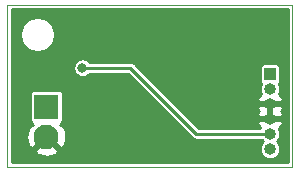
<source format=gbr>
%TF.GenerationSoftware,KiCad,Pcbnew,(5.1.9)-1*%
%TF.CreationDate,2021-04-24T14:12:49+02:00*%
%TF.ProjectId,PS-DC-3V3-2A,50532d44-432d-4335-9633-2d32412e6b69,V1.0*%
%TF.SameCoordinates,Original*%
%TF.FileFunction,Copper,L2,Bot*%
%TF.FilePolarity,Positive*%
%FSLAX46Y46*%
G04 Gerber Fmt 4.6, Leading zero omitted, Abs format (unit mm)*
G04 Created by KiCad (PCBNEW (5.1.9)-1) date 2021-04-24 14:12:49*
%MOMM*%
%LPD*%
G01*
G04 APERTURE LIST*
%TA.AperFunction,Profile*%
%ADD10C,0.050000*%
%TD*%
%TA.AperFunction,ComponentPad*%
%ADD11O,1.000000X1.000000*%
%TD*%
%TA.AperFunction,ComponentPad*%
%ADD12R,1.000000X1.000000*%
%TD*%
%TA.AperFunction,ComponentPad*%
%ADD13C,2.100000*%
%TD*%
%TA.AperFunction,ComponentPad*%
%ADD14R,2.100000X2.100000*%
%TD*%
%TA.AperFunction,ViaPad*%
%ADD15C,0.800000*%
%TD*%
%TA.AperFunction,Conductor*%
%ADD16C,0.250000*%
%TD*%
%TA.AperFunction,Conductor*%
%ADD17C,0.254000*%
%TD*%
%TA.AperFunction,Conductor*%
%ADD18C,0.100000*%
%TD*%
G04 APERTURE END LIST*
D10*
X135890000Y-93980000D02*
X160020000Y-93980000D01*
X135890000Y-107696000D02*
X135890000Y-93980000D01*
X160020000Y-107696000D02*
X135890000Y-107696000D01*
X160020000Y-93980000D02*
X160020000Y-107696000D01*
D11*
%TO.P,J2,6*%
%TO.N,SYNC*%
X158115000Y-106172000D03*
%TO.P,J2,5*%
%TO.N,\u005CReset*%
X158115000Y-104902000D03*
%TO.P,J2,4*%
%TO.N,GND*%
X158115000Y-103632000D03*
%TO.P,J2,3*%
X158115000Y-102362000D03*
%TO.P,J2,2*%
%TO.N,Vout*%
X158115000Y-101092000D03*
D12*
%TO.P,J2,1*%
X158115000Y-99822000D03*
%TD*%
D13*
%TO.P,J1,2*%
%TO.N,GND*%
X139192000Y-105156000D03*
D14*
%TO.P,J1,1*%
%TO.N,Vin*%
X139192000Y-102616000D03*
%TD*%
D15*
%TO.N,GND*%
X149860000Y-97790000D03*
X142748000Y-100330000D03*
X155956000Y-94742000D03*
X154940000Y-94742000D03*
X158242000Y-96520000D03*
X147320000Y-97790000D03*
X148590000Y-97790000D03*
X148590000Y-104394000D03*
X142494000Y-102235000D03*
X147320000Y-95250000D03*
X142240000Y-95250000D03*
X142240000Y-96520000D03*
X147320000Y-96520000D03*
X148590000Y-103378000D03*
X148590000Y-105410000D03*
%TO.N,\u005CReset*%
X142240000Y-99314000D03*
%TD*%
D16*
%TO.N,\u005CReset*%
X146304000Y-99314000D02*
X142240000Y-99314000D01*
X151892000Y-104902000D02*
X146304000Y-99314000D01*
X157861000Y-104902000D02*
X151892000Y-104902000D01*
X158115000Y-105156000D02*
X157861000Y-104902000D01*
%TD*%
D17*
%TO.N,GND*%
X159614001Y-107290000D02*
X136296000Y-107290000D01*
X136296000Y-106327066D01*
X138200539Y-106327066D01*
X138302339Y-106596579D01*
X138600477Y-106742463D01*
X138921346Y-106827380D01*
X139252617Y-106848066D01*
X139581557Y-106803728D01*
X139895527Y-106696069D01*
X140081661Y-106596579D01*
X140183461Y-106327066D01*
X139192000Y-105335605D01*
X138200539Y-106327066D01*
X136296000Y-106327066D01*
X136296000Y-105216617D01*
X137499934Y-105216617D01*
X137544272Y-105545557D01*
X137651931Y-105859527D01*
X137751421Y-106045661D01*
X138020934Y-106147461D01*
X139012395Y-105156000D01*
X138998253Y-105141858D01*
X139177858Y-104962253D01*
X139192000Y-104976395D01*
X139206143Y-104962253D01*
X139385748Y-105141858D01*
X139371605Y-105156000D01*
X140363066Y-106147461D01*
X140632579Y-106045661D01*
X140778463Y-105747523D01*
X140863380Y-105426654D01*
X140884066Y-105095383D01*
X140839728Y-104766443D01*
X140732069Y-104452473D01*
X140632579Y-104266339D01*
X140363068Y-104164540D01*
X140478609Y-104048999D01*
X140428131Y-103998521D01*
X140454696Y-103984322D01*
X140512711Y-103936711D01*
X140560322Y-103878696D01*
X140595701Y-103812508D01*
X140617487Y-103740689D01*
X140624843Y-103666000D01*
X140624843Y-101566000D01*
X140617487Y-101491311D01*
X140595701Y-101419492D01*
X140560322Y-101353304D01*
X140512711Y-101295289D01*
X140454696Y-101247678D01*
X140388508Y-101212299D01*
X140316689Y-101190513D01*
X140242000Y-101183157D01*
X138142000Y-101183157D01*
X138067311Y-101190513D01*
X137995492Y-101212299D01*
X137929304Y-101247678D01*
X137871289Y-101295289D01*
X137823678Y-101353304D01*
X137788299Y-101419492D01*
X137766513Y-101491311D01*
X137759157Y-101566000D01*
X137759157Y-103666000D01*
X137766513Y-103740689D01*
X137788299Y-103812508D01*
X137823678Y-103878696D01*
X137871289Y-103936711D01*
X137929304Y-103984322D01*
X137955869Y-103998521D01*
X137905391Y-104048999D01*
X138020932Y-104164540D01*
X137751421Y-104266339D01*
X137605537Y-104564477D01*
X137520620Y-104885346D01*
X137499934Y-105216617D01*
X136296000Y-105216617D01*
X136296000Y-99237078D01*
X141459000Y-99237078D01*
X141459000Y-99390922D01*
X141489013Y-99541809D01*
X141547887Y-99683942D01*
X141633358Y-99811859D01*
X141742141Y-99920642D01*
X141870058Y-100006113D01*
X142012191Y-100064987D01*
X142163078Y-100095000D01*
X142316922Y-100095000D01*
X142467809Y-100064987D01*
X142609942Y-100006113D01*
X142737859Y-99920642D01*
X142838501Y-99820000D01*
X146094409Y-99820000D01*
X151516628Y-105242220D01*
X151532473Y-105261527D01*
X151609521Y-105324759D01*
X151697425Y-105371745D01*
X151761786Y-105391268D01*
X151792806Y-105400678D01*
X151802694Y-105401652D01*
X151867146Y-105408000D01*
X151867153Y-105408000D01*
X151891999Y-105410447D01*
X151916845Y-105408000D01*
X157393528Y-105408000D01*
X157430682Y-105463605D01*
X157504077Y-105537000D01*
X157430682Y-105610395D01*
X157334268Y-105754690D01*
X157267856Y-105915022D01*
X157234000Y-106085229D01*
X157234000Y-106258771D01*
X157267856Y-106428978D01*
X157334268Y-106589310D01*
X157430682Y-106733605D01*
X157553395Y-106856318D01*
X157697690Y-106952732D01*
X157858022Y-107019144D01*
X158028229Y-107053000D01*
X158201771Y-107053000D01*
X158371978Y-107019144D01*
X158532310Y-106952732D01*
X158676605Y-106856318D01*
X158799318Y-106733605D01*
X158895732Y-106589310D01*
X158962144Y-106428978D01*
X158996000Y-106258771D01*
X158996000Y-106085229D01*
X158962144Y-105915022D01*
X158895732Y-105754690D01*
X158799318Y-105610395D01*
X158725923Y-105537000D01*
X158799318Y-105463605D01*
X158895732Y-105319310D01*
X158962144Y-105158978D01*
X158996000Y-104988771D01*
X158996000Y-104815229D01*
X158962144Y-104645022D01*
X158895732Y-104484690D01*
X158880859Y-104462431D01*
X158973865Y-104374020D01*
X159102123Y-104192206D01*
X159192446Y-103988864D01*
X159209119Y-103933874D01*
X159082954Y-103759000D01*
X158242000Y-103759000D01*
X158242000Y-103779000D01*
X157988000Y-103779000D01*
X157988000Y-103759000D01*
X157147046Y-103759000D01*
X157020881Y-103933874D01*
X157037554Y-103988864D01*
X157127877Y-104192206D01*
X157256135Y-104374020D01*
X157279257Y-104396000D01*
X152101592Y-104396000D01*
X150369466Y-102663874D01*
X157020881Y-102663874D01*
X157037554Y-102718864D01*
X157127877Y-102922206D01*
X157180639Y-102997000D01*
X157127877Y-103071794D01*
X157037554Y-103275136D01*
X157020881Y-103330126D01*
X157147046Y-103505000D01*
X157988000Y-103505000D01*
X157988000Y-102489000D01*
X158242000Y-102489000D01*
X158242000Y-103505000D01*
X159082954Y-103505000D01*
X159209119Y-103330126D01*
X159192446Y-103275136D01*
X159102123Y-103071794D01*
X159049361Y-102997000D01*
X159102123Y-102922206D01*
X159192446Y-102718864D01*
X159209119Y-102663874D01*
X159082954Y-102489000D01*
X158242000Y-102489000D01*
X157988000Y-102489000D01*
X157147046Y-102489000D01*
X157020881Y-102663874D01*
X150369466Y-102663874D01*
X149765718Y-102060126D01*
X157020881Y-102060126D01*
X157147046Y-102235000D01*
X157988000Y-102235000D01*
X157988000Y-102215000D01*
X158242000Y-102215000D01*
X158242000Y-102235000D01*
X159082954Y-102235000D01*
X159209119Y-102060126D01*
X159192446Y-102005136D01*
X159102123Y-101801794D01*
X158973865Y-101619980D01*
X158880859Y-101531569D01*
X158895732Y-101509310D01*
X158962144Y-101348978D01*
X158996000Y-101178771D01*
X158996000Y-101005229D01*
X158962144Y-100835022D01*
X158895732Y-100674690D01*
X158856806Y-100616432D01*
X158885711Y-100592711D01*
X158933322Y-100534696D01*
X158968701Y-100468508D01*
X158990487Y-100396689D01*
X158997843Y-100322000D01*
X158997843Y-99322000D01*
X158990487Y-99247311D01*
X158968701Y-99175492D01*
X158933322Y-99109304D01*
X158885711Y-99051289D01*
X158827696Y-99003678D01*
X158761508Y-98968299D01*
X158689689Y-98946513D01*
X158615000Y-98939157D01*
X157615000Y-98939157D01*
X157540311Y-98946513D01*
X157468492Y-98968299D01*
X157402304Y-99003678D01*
X157344289Y-99051289D01*
X157296678Y-99109304D01*
X157261299Y-99175492D01*
X157239513Y-99247311D01*
X157232157Y-99322000D01*
X157232157Y-100322000D01*
X157239513Y-100396689D01*
X157261299Y-100468508D01*
X157296678Y-100534696D01*
X157344289Y-100592711D01*
X157373194Y-100616432D01*
X157334268Y-100674690D01*
X157267856Y-100835022D01*
X157234000Y-101005229D01*
X157234000Y-101178771D01*
X157267856Y-101348978D01*
X157334268Y-101509310D01*
X157349141Y-101531569D01*
X157256135Y-101619980D01*
X157127877Y-101801794D01*
X157037554Y-102005136D01*
X157020881Y-102060126D01*
X149765718Y-102060126D01*
X146679376Y-98973785D01*
X146663527Y-98954473D01*
X146586479Y-98891241D01*
X146498575Y-98844255D01*
X146403193Y-98815322D01*
X146328854Y-98808000D01*
X146328846Y-98808000D01*
X146304000Y-98805553D01*
X146279154Y-98808000D01*
X142838501Y-98808000D01*
X142737859Y-98707358D01*
X142609942Y-98621887D01*
X142467809Y-98563013D01*
X142316922Y-98533000D01*
X142163078Y-98533000D01*
X142012191Y-98563013D01*
X141870058Y-98621887D01*
X141742141Y-98707358D01*
X141633358Y-98816141D01*
X141547887Y-98944058D01*
X141489013Y-99086191D01*
X141459000Y-99237078D01*
X136296000Y-99237078D01*
X136296000Y-96374134D01*
X136949000Y-96374134D01*
X136949000Y-96665866D01*
X137005914Y-96951992D01*
X137117555Y-97221517D01*
X137279632Y-97464083D01*
X137485917Y-97670368D01*
X137728483Y-97832445D01*
X137998008Y-97944086D01*
X138284134Y-98001000D01*
X138575866Y-98001000D01*
X138861992Y-97944086D01*
X139131517Y-97832445D01*
X139374083Y-97670368D01*
X139580368Y-97464083D01*
X139742445Y-97221517D01*
X139854086Y-96951992D01*
X139911000Y-96665866D01*
X139911000Y-96374134D01*
X139854086Y-96088008D01*
X139742445Y-95818483D01*
X139580368Y-95575917D01*
X139374083Y-95369632D01*
X139131517Y-95207555D01*
X138861992Y-95095914D01*
X138575866Y-95039000D01*
X138284134Y-95039000D01*
X137998008Y-95095914D01*
X137728483Y-95207555D01*
X137485917Y-95369632D01*
X137279632Y-95575917D01*
X137117555Y-95818483D01*
X137005914Y-96088008D01*
X136949000Y-96374134D01*
X136296000Y-96374134D01*
X136296000Y-94386000D01*
X159614000Y-94386000D01*
X159614001Y-107290000D01*
%TA.AperFunction,Conductor*%
D18*
G36*
X159614001Y-107290000D02*
G01*
X136296000Y-107290000D01*
X136296000Y-106327066D01*
X138200539Y-106327066D01*
X138302339Y-106596579D01*
X138600477Y-106742463D01*
X138921346Y-106827380D01*
X139252617Y-106848066D01*
X139581557Y-106803728D01*
X139895527Y-106696069D01*
X140081661Y-106596579D01*
X140183461Y-106327066D01*
X139192000Y-105335605D01*
X138200539Y-106327066D01*
X136296000Y-106327066D01*
X136296000Y-105216617D01*
X137499934Y-105216617D01*
X137544272Y-105545557D01*
X137651931Y-105859527D01*
X137751421Y-106045661D01*
X138020934Y-106147461D01*
X139012395Y-105156000D01*
X138998253Y-105141858D01*
X139177858Y-104962253D01*
X139192000Y-104976395D01*
X139206143Y-104962253D01*
X139385748Y-105141858D01*
X139371605Y-105156000D01*
X140363066Y-106147461D01*
X140632579Y-106045661D01*
X140778463Y-105747523D01*
X140863380Y-105426654D01*
X140884066Y-105095383D01*
X140839728Y-104766443D01*
X140732069Y-104452473D01*
X140632579Y-104266339D01*
X140363068Y-104164540D01*
X140478609Y-104048999D01*
X140428131Y-103998521D01*
X140454696Y-103984322D01*
X140512711Y-103936711D01*
X140560322Y-103878696D01*
X140595701Y-103812508D01*
X140617487Y-103740689D01*
X140624843Y-103666000D01*
X140624843Y-101566000D01*
X140617487Y-101491311D01*
X140595701Y-101419492D01*
X140560322Y-101353304D01*
X140512711Y-101295289D01*
X140454696Y-101247678D01*
X140388508Y-101212299D01*
X140316689Y-101190513D01*
X140242000Y-101183157D01*
X138142000Y-101183157D01*
X138067311Y-101190513D01*
X137995492Y-101212299D01*
X137929304Y-101247678D01*
X137871289Y-101295289D01*
X137823678Y-101353304D01*
X137788299Y-101419492D01*
X137766513Y-101491311D01*
X137759157Y-101566000D01*
X137759157Y-103666000D01*
X137766513Y-103740689D01*
X137788299Y-103812508D01*
X137823678Y-103878696D01*
X137871289Y-103936711D01*
X137929304Y-103984322D01*
X137955869Y-103998521D01*
X137905391Y-104048999D01*
X138020932Y-104164540D01*
X137751421Y-104266339D01*
X137605537Y-104564477D01*
X137520620Y-104885346D01*
X137499934Y-105216617D01*
X136296000Y-105216617D01*
X136296000Y-99237078D01*
X141459000Y-99237078D01*
X141459000Y-99390922D01*
X141489013Y-99541809D01*
X141547887Y-99683942D01*
X141633358Y-99811859D01*
X141742141Y-99920642D01*
X141870058Y-100006113D01*
X142012191Y-100064987D01*
X142163078Y-100095000D01*
X142316922Y-100095000D01*
X142467809Y-100064987D01*
X142609942Y-100006113D01*
X142737859Y-99920642D01*
X142838501Y-99820000D01*
X146094409Y-99820000D01*
X151516628Y-105242220D01*
X151532473Y-105261527D01*
X151609521Y-105324759D01*
X151697425Y-105371745D01*
X151761786Y-105391268D01*
X151792806Y-105400678D01*
X151802694Y-105401652D01*
X151867146Y-105408000D01*
X151867153Y-105408000D01*
X151891999Y-105410447D01*
X151916845Y-105408000D01*
X157393528Y-105408000D01*
X157430682Y-105463605D01*
X157504077Y-105537000D01*
X157430682Y-105610395D01*
X157334268Y-105754690D01*
X157267856Y-105915022D01*
X157234000Y-106085229D01*
X157234000Y-106258771D01*
X157267856Y-106428978D01*
X157334268Y-106589310D01*
X157430682Y-106733605D01*
X157553395Y-106856318D01*
X157697690Y-106952732D01*
X157858022Y-107019144D01*
X158028229Y-107053000D01*
X158201771Y-107053000D01*
X158371978Y-107019144D01*
X158532310Y-106952732D01*
X158676605Y-106856318D01*
X158799318Y-106733605D01*
X158895732Y-106589310D01*
X158962144Y-106428978D01*
X158996000Y-106258771D01*
X158996000Y-106085229D01*
X158962144Y-105915022D01*
X158895732Y-105754690D01*
X158799318Y-105610395D01*
X158725923Y-105537000D01*
X158799318Y-105463605D01*
X158895732Y-105319310D01*
X158962144Y-105158978D01*
X158996000Y-104988771D01*
X158996000Y-104815229D01*
X158962144Y-104645022D01*
X158895732Y-104484690D01*
X158880859Y-104462431D01*
X158973865Y-104374020D01*
X159102123Y-104192206D01*
X159192446Y-103988864D01*
X159209119Y-103933874D01*
X159082954Y-103759000D01*
X158242000Y-103759000D01*
X158242000Y-103779000D01*
X157988000Y-103779000D01*
X157988000Y-103759000D01*
X157147046Y-103759000D01*
X157020881Y-103933874D01*
X157037554Y-103988864D01*
X157127877Y-104192206D01*
X157256135Y-104374020D01*
X157279257Y-104396000D01*
X152101592Y-104396000D01*
X150369466Y-102663874D01*
X157020881Y-102663874D01*
X157037554Y-102718864D01*
X157127877Y-102922206D01*
X157180639Y-102997000D01*
X157127877Y-103071794D01*
X157037554Y-103275136D01*
X157020881Y-103330126D01*
X157147046Y-103505000D01*
X157988000Y-103505000D01*
X157988000Y-102489000D01*
X158242000Y-102489000D01*
X158242000Y-103505000D01*
X159082954Y-103505000D01*
X159209119Y-103330126D01*
X159192446Y-103275136D01*
X159102123Y-103071794D01*
X159049361Y-102997000D01*
X159102123Y-102922206D01*
X159192446Y-102718864D01*
X159209119Y-102663874D01*
X159082954Y-102489000D01*
X158242000Y-102489000D01*
X157988000Y-102489000D01*
X157147046Y-102489000D01*
X157020881Y-102663874D01*
X150369466Y-102663874D01*
X149765718Y-102060126D01*
X157020881Y-102060126D01*
X157147046Y-102235000D01*
X157988000Y-102235000D01*
X157988000Y-102215000D01*
X158242000Y-102215000D01*
X158242000Y-102235000D01*
X159082954Y-102235000D01*
X159209119Y-102060126D01*
X159192446Y-102005136D01*
X159102123Y-101801794D01*
X158973865Y-101619980D01*
X158880859Y-101531569D01*
X158895732Y-101509310D01*
X158962144Y-101348978D01*
X158996000Y-101178771D01*
X158996000Y-101005229D01*
X158962144Y-100835022D01*
X158895732Y-100674690D01*
X158856806Y-100616432D01*
X158885711Y-100592711D01*
X158933322Y-100534696D01*
X158968701Y-100468508D01*
X158990487Y-100396689D01*
X158997843Y-100322000D01*
X158997843Y-99322000D01*
X158990487Y-99247311D01*
X158968701Y-99175492D01*
X158933322Y-99109304D01*
X158885711Y-99051289D01*
X158827696Y-99003678D01*
X158761508Y-98968299D01*
X158689689Y-98946513D01*
X158615000Y-98939157D01*
X157615000Y-98939157D01*
X157540311Y-98946513D01*
X157468492Y-98968299D01*
X157402304Y-99003678D01*
X157344289Y-99051289D01*
X157296678Y-99109304D01*
X157261299Y-99175492D01*
X157239513Y-99247311D01*
X157232157Y-99322000D01*
X157232157Y-100322000D01*
X157239513Y-100396689D01*
X157261299Y-100468508D01*
X157296678Y-100534696D01*
X157344289Y-100592711D01*
X157373194Y-100616432D01*
X157334268Y-100674690D01*
X157267856Y-100835022D01*
X157234000Y-101005229D01*
X157234000Y-101178771D01*
X157267856Y-101348978D01*
X157334268Y-101509310D01*
X157349141Y-101531569D01*
X157256135Y-101619980D01*
X157127877Y-101801794D01*
X157037554Y-102005136D01*
X157020881Y-102060126D01*
X149765718Y-102060126D01*
X146679376Y-98973785D01*
X146663527Y-98954473D01*
X146586479Y-98891241D01*
X146498575Y-98844255D01*
X146403193Y-98815322D01*
X146328854Y-98808000D01*
X146328846Y-98808000D01*
X146304000Y-98805553D01*
X146279154Y-98808000D01*
X142838501Y-98808000D01*
X142737859Y-98707358D01*
X142609942Y-98621887D01*
X142467809Y-98563013D01*
X142316922Y-98533000D01*
X142163078Y-98533000D01*
X142012191Y-98563013D01*
X141870058Y-98621887D01*
X141742141Y-98707358D01*
X141633358Y-98816141D01*
X141547887Y-98944058D01*
X141489013Y-99086191D01*
X141459000Y-99237078D01*
X136296000Y-99237078D01*
X136296000Y-96374134D01*
X136949000Y-96374134D01*
X136949000Y-96665866D01*
X137005914Y-96951992D01*
X137117555Y-97221517D01*
X137279632Y-97464083D01*
X137485917Y-97670368D01*
X137728483Y-97832445D01*
X137998008Y-97944086D01*
X138284134Y-98001000D01*
X138575866Y-98001000D01*
X138861992Y-97944086D01*
X139131517Y-97832445D01*
X139374083Y-97670368D01*
X139580368Y-97464083D01*
X139742445Y-97221517D01*
X139854086Y-96951992D01*
X139911000Y-96665866D01*
X139911000Y-96374134D01*
X139854086Y-96088008D01*
X139742445Y-95818483D01*
X139580368Y-95575917D01*
X139374083Y-95369632D01*
X139131517Y-95207555D01*
X138861992Y-95095914D01*
X138575866Y-95039000D01*
X138284134Y-95039000D01*
X137998008Y-95095914D01*
X137728483Y-95207555D01*
X137485917Y-95369632D01*
X137279632Y-95575917D01*
X137117555Y-95818483D01*
X137005914Y-96088008D01*
X136949000Y-96374134D01*
X136296000Y-96374134D01*
X136296000Y-94386000D01*
X159614000Y-94386000D01*
X159614001Y-107290000D01*
G37*
%TD.AperFunction*%
%TD*%
M02*

</source>
